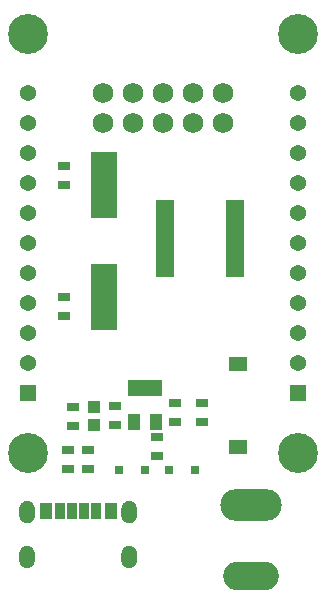
<source format=gts>
G04*
G04 #@! TF.GenerationSoftware,Altium Limited,Altium Designer,23.1.1 (15)*
G04*
G04 Layer_Color=8388736*
%FSLAX44Y44*%
%MOMM*%
G71*
G04*
G04 #@! TF.SameCoordinates,3E9F2625-A0FB-4649-AC3E-977DFEA3D768*
G04*
G04*
G04 #@! TF.FilePolarity,Negative*
G04*
G01*
G75*
%ADD26R,1.0000X0.8000*%
%ADD27R,0.8890X1.4032*%
%ADD28R,1.0032X1.4032*%
%ADD29R,2.2032X5.7032*%
%ADD30R,1.5532X0.6532*%
%ADD31R,1.0532X1.4532*%
%ADD32R,0.7032X0.7032*%
%ADD33R,1.0032X1.0032*%
%ADD34R,1.6032X1.2032*%
%ADD35C,1.7482*%
%ADD36C,3.3832*%
%ADD37R,1.3660X1.3660*%
%ADD38C,1.3660*%
%ADD39O,4.7032X2.4532*%
%ADD40O,5.2032X2.7032*%
G36*
X26430Y-458470D02*
X26770Y-458500D01*
X27110Y-458540D01*
X27440Y-458600D01*
X27770Y-458680D01*
X28100Y-458780D01*
X28420Y-458890D01*
X28730Y-459020D01*
X29040Y-459170D01*
X29340Y-459330D01*
X29630Y-459510D01*
X29910Y-459700D01*
X30180Y-459910D01*
X30440Y-460130D01*
X30690Y-460360D01*
X30920Y-460610D01*
X31140Y-460870D01*
X31350Y-461140D01*
X31540Y-461420D01*
X31720Y-461710D01*
X31880Y-462010D01*
X32030Y-462320D01*
X32160Y-462630D01*
X32270Y-462950D01*
X32370Y-463280D01*
X32450Y-463610D01*
X32510Y-463940D01*
X32550Y-464280D01*
X32580Y-464620D01*
X32590Y-464960D01*
Y-470960D01*
X32580Y-471300D01*
X32550Y-471640D01*
X32510Y-471980D01*
X32450Y-472310D01*
X32370Y-472640D01*
X32270Y-472970D01*
X32160Y-473290D01*
X32030Y-473600D01*
X31880Y-473910D01*
X31720Y-474210D01*
X31540Y-474500D01*
X31350Y-474780D01*
X31140Y-475050D01*
X30920Y-475310D01*
X30690Y-475560D01*
X30440Y-475790D01*
X30180Y-476010D01*
X29910Y-476220D01*
X29630Y-476410D01*
X29340Y-476590D01*
X29040Y-476750D01*
X28730Y-476900D01*
X28420Y-477030D01*
X28100Y-477140D01*
X27770Y-477240D01*
X27440Y-477320D01*
X27110Y-477380D01*
X26770Y-477420D01*
X26430Y-477450D01*
X26090Y-477460D01*
X25750Y-477450D01*
X25410Y-477420D01*
X25070Y-477380D01*
X24740Y-477320D01*
X24410Y-477240D01*
X24080Y-477140D01*
X23760Y-477030D01*
X23450Y-476900D01*
X23140Y-476750D01*
X22840Y-476590D01*
X22550Y-476410D01*
X22270Y-476220D01*
X22000Y-476010D01*
X21740Y-475790D01*
X21490Y-475560D01*
X21260Y-475310D01*
X21040Y-475050D01*
X20830Y-474780D01*
X20640Y-474500D01*
X20460Y-474210D01*
X20300Y-473910D01*
X20150Y-473600D01*
X20020Y-473290D01*
X19910Y-472970D01*
X19810Y-472640D01*
X19730Y-472310D01*
X19670Y-471980D01*
X19630Y-471640D01*
X19600Y-471300D01*
X19590Y-470960D01*
Y-464960D01*
X19600Y-464620D01*
X19630Y-464280D01*
X19670Y-463940D01*
X19730Y-463610D01*
X19810Y-463280D01*
X19910Y-462950D01*
X20020Y-462630D01*
X20150Y-462320D01*
X20300Y-462010D01*
X20460Y-461710D01*
X20640Y-461420D01*
X20830Y-461140D01*
X21040Y-460870D01*
X21260Y-460610D01*
X21490Y-460360D01*
X21740Y-460130D01*
X22000Y-459910D01*
X22270Y-459700D01*
X22550Y-459510D01*
X22840Y-459330D01*
X23140Y-459170D01*
X23450Y-459020D01*
X23760Y-458890D01*
X24080Y-458780D01*
X24410Y-458680D01*
X24740Y-458600D01*
X25070Y-458540D01*
X25410Y-458500D01*
X25750Y-458470D01*
X26090Y-458460D01*
X26430Y-458470D01*
D02*
G37*
G36*
Y-420470D02*
X26770Y-420500D01*
X27110Y-420540D01*
X27440Y-420600D01*
X27770Y-420680D01*
X28100Y-420780D01*
X28420Y-420890D01*
X28730Y-421020D01*
X29040Y-421170D01*
X29340Y-421330D01*
X29630Y-421510D01*
X29910Y-421700D01*
X30180Y-421910D01*
X30440Y-422130D01*
X30690Y-422360D01*
X30920Y-422610D01*
X31140Y-422870D01*
X31350Y-423140D01*
X31540Y-423420D01*
X31720Y-423710D01*
X31880Y-424010D01*
X32030Y-424320D01*
X32160Y-424630D01*
X32270Y-424950D01*
X32370Y-425280D01*
X32450Y-425610D01*
X32510Y-425940D01*
X32550Y-426280D01*
X32580Y-426620D01*
X32590Y-426960D01*
Y-432960D01*
X32580Y-433300D01*
X32550Y-433640D01*
X32510Y-433980D01*
X32450Y-434310D01*
X32370Y-434640D01*
X32270Y-434970D01*
X32160Y-435290D01*
X32030Y-435600D01*
X31880Y-435910D01*
X31720Y-436210D01*
X31540Y-436500D01*
X31350Y-436780D01*
X31140Y-437050D01*
X30920Y-437310D01*
X30690Y-437560D01*
X30440Y-437790D01*
X30180Y-438010D01*
X29910Y-438220D01*
X29630Y-438410D01*
X29340Y-438590D01*
X29040Y-438750D01*
X28730Y-438900D01*
X28420Y-439030D01*
X28100Y-439140D01*
X27770Y-439240D01*
X27440Y-439320D01*
X27110Y-439380D01*
X26770Y-439420D01*
X26430Y-439450D01*
X26090Y-439460D01*
X25750Y-439450D01*
X25410Y-439420D01*
X25070Y-439380D01*
X24740Y-439320D01*
X24410Y-439240D01*
X24080Y-439140D01*
X23760Y-439030D01*
X23450Y-438900D01*
X23140Y-438750D01*
X22840Y-438590D01*
X22550Y-438410D01*
X22270Y-438220D01*
X22000Y-438010D01*
X21740Y-437790D01*
X21490Y-437560D01*
X21260Y-437310D01*
X21040Y-437050D01*
X20830Y-436780D01*
X20640Y-436500D01*
X20460Y-436210D01*
X20300Y-435910D01*
X20150Y-435600D01*
X20020Y-435290D01*
X19910Y-434970D01*
X19810Y-434640D01*
X19730Y-434310D01*
X19670Y-433980D01*
X19630Y-433640D01*
X19600Y-433300D01*
X19590Y-432960D01*
Y-426960D01*
X19600Y-426620D01*
X19630Y-426280D01*
X19670Y-425940D01*
X19730Y-425610D01*
X19810Y-425280D01*
X19910Y-424950D01*
X20020Y-424630D01*
X20150Y-424320D01*
X20300Y-424010D01*
X20460Y-423710D01*
X20640Y-423420D01*
X20830Y-423140D01*
X21040Y-422870D01*
X21260Y-422610D01*
X21490Y-422360D01*
X21740Y-422130D01*
X22000Y-421910D01*
X22270Y-421700D01*
X22550Y-421510D01*
X22840Y-421330D01*
X23140Y-421170D01*
X23450Y-421020D01*
X23760Y-420890D01*
X24080Y-420780D01*
X24410Y-420680D01*
X24740Y-420600D01*
X25070Y-420540D01*
X25410Y-420500D01*
X25750Y-420470D01*
X26090Y-420460D01*
X26430Y-420470D01*
D02*
G37*
G36*
X112830Y-458470D02*
X113170Y-458500D01*
X113510Y-458540D01*
X113840Y-458600D01*
X114170Y-458680D01*
X114500Y-458780D01*
X114820Y-458890D01*
X115130Y-459020D01*
X115440Y-459170D01*
X115740Y-459330D01*
X116030Y-459510D01*
X116310Y-459700D01*
X116580Y-459910D01*
X116840Y-460130D01*
X117090Y-460360D01*
X117320Y-460610D01*
X117540Y-460870D01*
X117750Y-461140D01*
X117940Y-461420D01*
X118120Y-461710D01*
X118280Y-462010D01*
X118430Y-462320D01*
X118560Y-462630D01*
X118670Y-462950D01*
X118770Y-463280D01*
X118850Y-463610D01*
X118910Y-463940D01*
X118950Y-464280D01*
X118980Y-464620D01*
X118990Y-464960D01*
Y-470960D01*
X118980Y-471300D01*
X118950Y-471640D01*
X118910Y-471980D01*
X118850Y-472310D01*
X118770Y-472640D01*
X118670Y-472970D01*
X118560Y-473290D01*
X118430Y-473600D01*
X118280Y-473910D01*
X118120Y-474210D01*
X117940Y-474500D01*
X117750Y-474780D01*
X117540Y-475050D01*
X117320Y-475310D01*
X117090Y-475560D01*
X116840Y-475790D01*
X116580Y-476010D01*
X116310Y-476220D01*
X116030Y-476410D01*
X115740Y-476590D01*
X115440Y-476750D01*
X115130Y-476900D01*
X114820Y-477030D01*
X114500Y-477140D01*
X114170Y-477240D01*
X113840Y-477320D01*
X113510Y-477380D01*
X113170Y-477420D01*
X112830Y-477450D01*
X112490Y-477460D01*
X112150Y-477450D01*
X111810Y-477420D01*
X111470Y-477380D01*
X111140Y-477320D01*
X110810Y-477240D01*
X110480Y-477140D01*
X110160Y-477030D01*
X109850Y-476900D01*
X109540Y-476750D01*
X109240Y-476590D01*
X108950Y-476410D01*
X108670Y-476220D01*
X108400Y-476010D01*
X108140Y-475790D01*
X107890Y-475560D01*
X107660Y-475310D01*
X107440Y-475050D01*
X107230Y-474780D01*
X107040Y-474500D01*
X106860Y-474210D01*
X106700Y-473910D01*
X106550Y-473600D01*
X106420Y-473290D01*
X106310Y-472970D01*
X106210Y-472640D01*
X106130Y-472310D01*
X106070Y-471980D01*
X106030Y-471640D01*
X106000Y-471300D01*
X105990Y-470960D01*
Y-464960D01*
X106000Y-464620D01*
X106030Y-464280D01*
X106070Y-463940D01*
X106130Y-463610D01*
X106210Y-463280D01*
X106310Y-462950D01*
X106420Y-462630D01*
X106550Y-462320D01*
X106700Y-462010D01*
X106860Y-461710D01*
X107040Y-461420D01*
X107230Y-461140D01*
X107440Y-460870D01*
X107660Y-460610D01*
X107890Y-460360D01*
X108140Y-460130D01*
X108400Y-459910D01*
X108670Y-459700D01*
X108950Y-459510D01*
X109240Y-459330D01*
X109540Y-459170D01*
X109850Y-459020D01*
X110160Y-458890D01*
X110480Y-458780D01*
X110810Y-458680D01*
X111140Y-458600D01*
X111470Y-458540D01*
X111810Y-458500D01*
X112150Y-458470D01*
X112490Y-458460D01*
X112830Y-458470D01*
D02*
G37*
G36*
Y-420470D02*
X113170Y-420500D01*
X113510Y-420540D01*
X113840Y-420600D01*
X114170Y-420680D01*
X114500Y-420780D01*
X114820Y-420890D01*
X115130Y-421020D01*
X115440Y-421170D01*
X115740Y-421330D01*
X116030Y-421510D01*
X116310Y-421700D01*
X116580Y-421910D01*
X116840Y-422130D01*
X117090Y-422360D01*
X117320Y-422610D01*
X117540Y-422870D01*
X117750Y-423140D01*
X117940Y-423420D01*
X118120Y-423710D01*
X118280Y-424010D01*
X118430Y-424320D01*
X118560Y-424630D01*
X118670Y-424950D01*
X118770Y-425280D01*
X118850Y-425610D01*
X118910Y-425940D01*
X118950Y-426280D01*
X118980Y-426620D01*
X118990Y-426960D01*
Y-432960D01*
X118980Y-433300D01*
X118950Y-433640D01*
X118910Y-433980D01*
X118850Y-434310D01*
X118770Y-434640D01*
X118670Y-434970D01*
X118560Y-435290D01*
X118430Y-435600D01*
X118280Y-435910D01*
X118120Y-436210D01*
X117940Y-436500D01*
X117750Y-436780D01*
X117540Y-437050D01*
X117320Y-437310D01*
X117090Y-437560D01*
X116840Y-437790D01*
X116580Y-438010D01*
X116310Y-438220D01*
X116030Y-438410D01*
X115740Y-438590D01*
X115440Y-438750D01*
X115130Y-438900D01*
X114820Y-439030D01*
X114500Y-439140D01*
X114170Y-439240D01*
X113840Y-439320D01*
X113510Y-439380D01*
X113170Y-439420D01*
X112830Y-439450D01*
X112490Y-439460D01*
X112150Y-439450D01*
X111810Y-439420D01*
X111470Y-439380D01*
X111140Y-439320D01*
X110810Y-439240D01*
X110480Y-439140D01*
X110160Y-439030D01*
X109850Y-438900D01*
X109540Y-438750D01*
X109240Y-438590D01*
X108950Y-438410D01*
X108670Y-438220D01*
X108400Y-438010D01*
X108140Y-437790D01*
X107890Y-437560D01*
X107660Y-437310D01*
X107440Y-437050D01*
X107230Y-436780D01*
X107040Y-436500D01*
X106860Y-436210D01*
X106700Y-435910D01*
X106550Y-435600D01*
X106420Y-435290D01*
X106310Y-434970D01*
X106210Y-434640D01*
X106130Y-434310D01*
X106070Y-433980D01*
X106030Y-433640D01*
X106000Y-433300D01*
X105990Y-432960D01*
Y-426960D01*
X106000Y-426620D01*
X106030Y-426280D01*
X106070Y-425940D01*
X106130Y-425610D01*
X106210Y-425280D01*
X106310Y-424950D01*
X106420Y-424630D01*
X106550Y-424320D01*
X106700Y-424010D01*
X106860Y-423710D01*
X107040Y-423420D01*
X107230Y-423140D01*
X107440Y-422870D01*
X107660Y-422610D01*
X107890Y-422360D01*
X108140Y-422130D01*
X108400Y-421910D01*
X108670Y-421700D01*
X108950Y-421510D01*
X109240Y-421330D01*
X109540Y-421170D01*
X109850Y-421020D01*
X110160Y-420890D01*
X110480Y-420780D01*
X110810Y-420680D01*
X111140Y-420600D01*
X111470Y-420540D01*
X111810Y-420500D01*
X112150Y-420470D01*
X112490Y-420460D01*
X112830Y-420470D01*
D02*
G37*
D26*
X173990Y-353590D02*
D03*
Y-337590D02*
D03*
X151130D02*
D03*
Y-353590D02*
D03*
X57150Y-153160D02*
D03*
Y-137160D02*
D03*
Y-248160D02*
D03*
Y-264160D02*
D03*
X135890Y-382650D02*
D03*
Y-366650D02*
D03*
X78100Y-393600D02*
D03*
Y-377600D02*
D03*
X60480Y-393600D02*
D03*
Y-377600D02*
D03*
X100330Y-355980D02*
D03*
Y-339980D02*
D03*
X64770Y-340980D02*
D03*
Y-356980D02*
D03*
D27*
X54090Y-429160D02*
D03*
X84490D02*
D03*
X64290D02*
D03*
X74290D02*
D03*
D28*
X41790D02*
D03*
X96790D02*
D03*
D29*
X91440Y-248160D02*
D03*
Y-153160D02*
D03*
D30*
X202470Y-227370D02*
D03*
Y-220870D02*
D03*
Y-214370D02*
D03*
Y-207870D02*
D03*
Y-201370D02*
D03*
Y-194870D02*
D03*
Y-188370D02*
D03*
Y-181870D02*
D03*
Y-175370D02*
D03*
Y-168870D02*
D03*
X142970Y-227370D02*
D03*
Y-220870D02*
D03*
Y-214370D02*
D03*
Y-207870D02*
D03*
Y-201370D02*
D03*
Y-194870D02*
D03*
Y-188370D02*
D03*
Y-181870D02*
D03*
Y-175370D02*
D03*
Y-168870D02*
D03*
D31*
X135624Y-324590D02*
D03*
X126124D02*
D03*
X116624D02*
D03*
Y-353590D02*
D03*
X135624D02*
D03*
D32*
X168200Y-394084D02*
D03*
X146200D02*
D03*
X125880D02*
D03*
X103880D02*
D03*
D33*
X82812Y-340980D02*
D03*
Y-355980D02*
D03*
D34*
X204470Y-374852D02*
D03*
Y-304852D02*
D03*
D35*
X191770Y-74930D02*
D03*
Y-100330D02*
D03*
X166370D02*
D03*
Y-74930D02*
D03*
X140970D02*
D03*
Y-100330D02*
D03*
X115570Y-74930D02*
D03*
Y-100330D02*
D03*
X90170Y-74930D02*
D03*
Y-100330D02*
D03*
D36*
X255270Y-25400D02*
D03*
X26670D02*
D03*
X255270Y-379730D02*
D03*
X26670D02*
D03*
D37*
X255270Y-328930D02*
D03*
X26670D02*
D03*
D38*
X255270Y-303530D02*
D03*
Y-278130D02*
D03*
Y-252730D02*
D03*
Y-227330D02*
D03*
Y-201930D02*
D03*
Y-176530D02*
D03*
Y-151130D02*
D03*
Y-125730D02*
D03*
Y-100330D02*
D03*
Y-74930D02*
D03*
X26670Y-303530D02*
D03*
Y-278130D02*
D03*
Y-252730D02*
D03*
Y-227330D02*
D03*
Y-201930D02*
D03*
Y-176530D02*
D03*
Y-151130D02*
D03*
Y-125730D02*
D03*
Y-100330D02*
D03*
Y-74930D02*
D03*
D39*
X215715Y-484180D02*
D03*
D40*
Y-424180D02*
D03*
M02*

</source>
